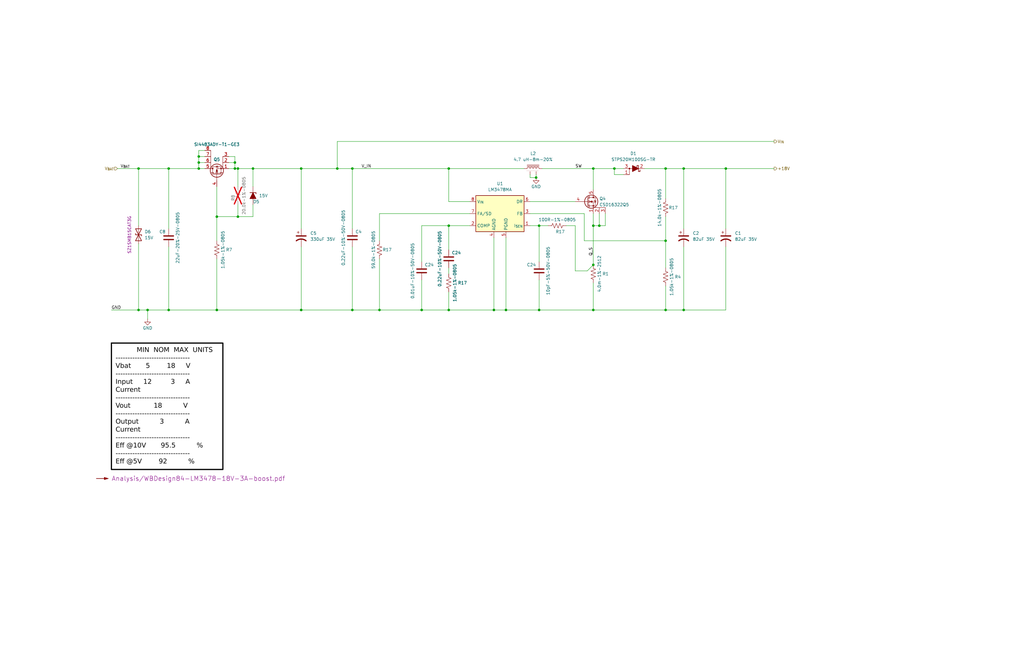
<source format=kicad_sch>
(kicad_sch (version 20231120) (generator "eeschema") (generator_version "8.0")
  (paper "B")
  (title_block (title "NX J401 Adapter") (date "2024-08-10") (rev "3") (company "971 Spartan Robotics"))
  (lib_symbols
    (symbol "Device:C" (pin_numbers hide) (pin_names (offset 0.254))
      (property "Reference" "C" (at 0.635 2.54 0))
      (property "Value" "C" (at 0.635 -2.54 0))
      (symbol "C_0_1"
        (polyline (pts (xy -2.032 -0.762) (xy 2.032 -0.762)) (stroke (width 0.508)))
        (polyline (pts (xy -2.032 0.762) (xy 2.032 0.762)) (stroke (width 0.508)))
      )
      (symbol "C_1_1"
        (pin passive line (at 0 3.81 270) (length 2.794) (name "~") (number "1"))
        (pin passive line (at 0 -3.81 90) (length 2.794) (name "~") (number "2"))
      )
    )
    (symbol "Device:C_Polarized_US" (pin_numbers hide) (pin_names (offset 0.254) hide)
      (property "Reference" "C" (at 0.635 2.54 0))
      (property "Value" "C_Polarized_US" (at 0.635 -2.54 0))
      (symbol "C_Polarized_US_0_1"
        (polyline (pts (xy -2.032 0.762) (xy 2.032 0.762)) (stroke (width 0.508)))
        (polyline (pts (xy -1.778 2.286) (xy -0.762 2.286)))
        (polyline (pts (xy -1.27 1.778) (xy -1.27 2.794)))
        (arc (start 2.032 -1.27) (mid 0 -0.5572) (end -2.032 -1.27) (stroke (width 0.508)))
      )
      (symbol "C_Polarized_US_1_1"
        (pin passive line (at 0 3.81 270) (length 2.794) (name "~") (number "1"))
        (pin passive line (at 0 -3.81 90) (length 3.302) (name "~") (number "2"))
      )
    )
    (symbol "Device:D_Schottky_AAK" (pin_names (offset 0) hide)
      (property "Reference" "D3" (at 0.889 -6.35 0))
      (property "Value" "STPS20M100SG-TR" (at 0.889 -3.81 0))
      (symbol "D_Schottky_AAK_0_1"
        (polyline (pts (xy 3.81 2.54) (xy 2.54 2.54) (xy 2.54 0) (xy -1.27 0)))
        (polyline (pts (xy -1.905 0.635) (xy -1.905 1.27) (xy -1.27 1.27) (xy -1.27 -1.27) (xy -0.635 -1.27) (xy -0.635 -0.635)) (stroke (width 0.254)))
        (circle (center 2.54 0) (radius 0.254) (fill (type outline)))
      )
      (symbol "D_Schottky_AAK_1_1"
        (polyline (pts (xy 1.27 1.27) (xy 1.27 -1.27) (xy -1.27 0) (xy 1.27 1.27)) (stroke (width 0.254)) (fill (type outline)))
        (pin passive line (at 5.08 2.54 180) (length 2.54) (name "A") (number "1"))
        (pin passive line (at -3.81 0 0) (length 2.54) (name "K") (number "2"))
        (pin passive line (at 5.08 0 180) (length 2.54) (name "A") (number "3"))
      )
    )
    (symbol "Device:D_TVS" (pin_numbers hide) (pin_names (offset 1.016) hide)
      (property "Reference" "D" (at 0 2.54 0))
      (property "Value" "D_TVS" (at 0 -2.54 0))
      (symbol "D_TVS_0_1"
        (polyline (pts (xy 1.27 0) (xy -1.27 0)))
        (polyline (pts (xy 0.508 1.27) (xy 0 1.27) (xy 0 -1.27) (xy -0.508 -1.27)) (stroke (width 0.254)))
        (polyline (pts (xy -2.54 1.27) (xy -2.54 -1.27) (xy 2.54 1.27) (xy 2.54 -1.27) (xy -2.54 1.27)) (stroke (width 0.254)))
      )
      (symbol "D_TVS_1_1"
        (pin passive line (at -3.81 0 0) (length 2.54) (name "A1") (number "1"))
        (pin passive line (at 3.81 0 180) (length 2.54) (name "A2") (number "2"))
      )
    )
    (symbol "Device:D_Zener" (pin_numbers hide) (pin_names (offset 1.016) hide)
      (property "Reference" "D1" (at 2.54 0 90))
      (property "Value" "15V" (at 0 2.54 90))
      (symbol "D_Zener_0_1"
        (polyline (pts (xy 1.27 0) (xy -1.27 0)))
        (polyline (pts (xy -1.27 -1.27) (xy -1.27 1.27) (xy -0.762 1.27)) (stroke (width 0.254)))
        (polyline (pts (xy 1.27 -1.27) (xy 1.27 1.27) (xy -1.27 0) (xy 1.27 -1.27)) (stroke (width 0.254)) (fill (type outline)))
      )
      (symbol "D_Zener_1_1"
        (pin passive line (at -3.81 0 0) (length 2.54) (name "K") (number "1"))
        (pin passive line (at 3.81 0 180) (length 2.54) (name "A") (number "2"))
      )
    )
    (symbol "Device:L_Iron" (pin_numbers hide) (pin_names (offset 1.016) hide)
      (property "Reference" "L1" (at 6.35 0 90))
      (property "Value" "6.8 uH-12m-20%" (at 3.81 0 90))
      (symbol "L_Iron_0_1"
        (arc (start 0 -2.54) (mid 0.6323 -1.905) (end 0 -1.27))
        (arc (start 0 -1.27) (mid 0.6323 -0.635) (end 0 0))
        (polyline (pts (xy 1.016 2.54) (xy 1.016 -2.54)))
        (polyline (pts (xy 1.524 -2.54) (xy 1.524 2.54)))
        (arc (start 0 0) (mid 0.6323 0.635) (end 0 1.27))
        (arc (start 0 1.27) (mid 0.6323 1.905) (end 0 2.54))
      )
      (symbol "L_Iron_1_1"
        (polyline (pts (xy -0.9525 2.54) (xy -0.9525 -2.54)) (stroke (width 0) (type dot)))
        (pin passive line (at 0 3.81 270) (length 1.27) (name "1") (number "1"))
        (pin passive line (at 0 -3.81 90) (length 1.27) (name "2") (number "2"))
        (pin passive line (at -2.54 1.27 0) (length 1.27) (name "3") (number "3"))
        (pin passive line (at -2.54 -1.27 0) (length 1.27) (name "4") (number "4"))
      )
    )
    (symbol "Device:Q_PMOS_SGD" (pin_names (offset 0) hide)
      (property "Reference" "Q?" (at 0 10.16 90))
      (property "Value" "Q_PMOS_SGD" (at 0 7.62 90))
      (symbol "Q_PMOS_SGD_0_1"
        (polyline (pts (xy 0.254 0) (xy -2.54 0)))
        (polyline (pts (xy 0.254 1.905) (xy 0.254 -1.905)) (stroke (width 0.254)))
        (polyline (pts (xy 0.762 -1.27) (xy 0.762 -2.286)) (stroke (width 0.254)))
        (polyline (pts (xy 0.762 0.508) (xy 0.762 -0.508)) (stroke (width 0.254)))
        (polyline (pts (xy 0.762 2.286) (xy 0.762 1.27)) (stroke (width 0.254)))
        (polyline (pts (xy 2.54 2.54) (xy 2.54 1.778)))
        (polyline (pts (xy 2.54 2.54) (xy 10.16 2.54)))
        (polyline (pts (xy 7.62 -2.54) (xy 2.54 -2.54)))
        (polyline (pts (xy 2.54 -2.54) (xy 2.54 0) (xy 0.762 0)))
        (polyline (pts (xy 0.762 1.778) (xy 3.302 1.778) (xy 3.302 -1.778) (xy 0.762 -1.778)))
        (polyline (pts (xy 2.286 0) (xy 1.27 0.381) (xy 1.27 -0.381) (xy 2.286 0)) (fill (type outline)))
        (polyline (pts (xy 2.794 -0.508) (xy 2.921 -0.381) (xy 3.683 -0.381) (xy 3.81 -0.254)))
        (polyline (pts (xy 3.302 -0.381) (xy 2.921 0.254) (xy 3.683 0.254) (xy 3.302 -0.381)))
        (circle (center 1.651 0) (radius 2.794) (stroke (width 0.254)))
        (circle (center 2.54 -1.778) (radius 0.254) (fill (type outline)))
        (circle (center 2.54 1.778) (radius 0.254) (fill (type outline)))
      )
      (symbol "Q_PMOS_SGD_1_1"
        (pin passive line (at 2.54 -5.08 90) (length 2.54) (name "S") (number "1"))
        (pin passive line (at 5.08 -5.08 90) (length 2.54) (name "S") (number "2"))
        (pin passive line (at 7.62 -5.08 90) (length 2.54) (name "S") (number "3"))
        (pin input line (at -5.08 0 0) (length 2.54) (name "G") (number "4"))
        (pin passive line (at 2.54 5.08 270) (length 2.54) (name "D") (number "5"))
        (pin passive line (at 5.08 5.08 270) (length 2.54) (name "D") (number "6"))
        (pin passive line (at 7.62 5.08 270) (length 2.54) (name "D") (number "7"))
        (pin passive line (at 10.16 5.08 270) (length 2.54) (name "D") (number "8"))
      )
    )
    (symbol "Device:R_US" (pin_numbers hide) (pin_names (offset 0))
      (property "Reference" "R" (at 2.54 0 90))
      (property "Value" "R_US" (at -2.54 0 90))
      (symbol "R_US_0_1"
        (polyline (pts (xy 0 -2.286) (xy 0 -2.54)))
        (polyline (pts (xy 0 2.286) (xy 0 2.54)))
        (polyline (pts (xy 0 -0.762) (xy 1.016 -1.143) (xy 0 -1.524) (xy -1.016 -1.905) (xy 0 -2.286)))
        (polyline (pts (xy 0 0.762) (xy 1.016 0.381) (xy 0 0) (xy -1.016 -0.381) (xy 0 -0.762)))
        (polyline (pts (xy 0 2.286) (xy 1.016 1.905) (xy 0 1.524) (xy -1.016 1.143) (xy 0 0.762)))
      )
      (symbol "R_US_1_1"
        (pin passive line (at 0 3.81 270) (length 1.27) (name "~") (number "1"))
        (pin passive line (at 0 -3.81 90) (length 1.27) (name "~") (number "2"))
      )
    )
    (symbol "Graphic:SYM_Arrow_Normal" (in_bom no) (on_board no)
      (symbol "SYM_Arrow_Normal_0_1"
        (polyline (pts (xy 1.524 0) (xy -2.54 0)) (stroke (width 0.254)))
        (polyline (pts (xy 2.54 0) (xy 0.762 -0.508) (xy 0.762 0.508) (xy 2.54 0)) (fill (type outline)))
      )
    )
    (symbol "PI-Power-Board:CSD1577Q5A" (pin_names (offset 0) hide)
      (property "Reference" "Q?" (at 6.35 1.2701 0))
      (property "Value" "CSD1577Q5A" (at 6.35 -1.2699 0))
      (symbol "CSD1577Q5A_0_1"
        (polyline (pts (xy 0.254 0) (xy -2.54 0)))
        (polyline (pts (xy 0.254 1.905) (xy 0.254 -1.905)) (stroke (width 0.254)))
        (polyline (pts (xy 0.762 -1.27) (xy 0.762 -2.286)) (stroke (width 0.254)))
        (polyline (pts (xy 0.762 0.508) (xy 0.762 -0.508)) (stroke (width 0.254)))
        (polyline (pts (xy 0.762 2.286) (xy 0.762 1.27)) (stroke (width 0.254)))
        (polyline (pts (xy 2.54 -2.54) (xy 2.54 0) (xy 0.762 0)))
        (polyline (pts (xy 2.54 2.54) (xy 2.54 2.54) (xy 2.54 1.778)))
        (polyline (pts (xy 7.62 -2.54) (xy 2.54 -2.54) (xy 2.54 -3.302)))
        (polyline (pts (xy 0.762 -1.778) (xy 3.302 -1.778) (xy 3.302 1.778) (xy 0.762 1.778)))
        (polyline (pts (xy 1.016 0) (xy 2.032 0.381) (xy 2.032 -0.381) (xy 1.016 0)) (fill (type outline)))
        (polyline (pts (xy 2.794 0.508) (xy 2.921 0.381) (xy 3.683 0.381) (xy 3.81 0.254)))
        (polyline (pts (xy 3.302 0.381) (xy 2.921 -0.254) (xy 3.683 -0.254) (xy 3.302 0.381)))
        (circle (center 1.651 0) (radius 2.794) (stroke (width 0.254)))
        (circle (center 2.54 -1.778) (radius 0.254) (fill (type outline)))
        (circle (center 2.54 1.778) (radius 0.254) (fill (type outline)))
      )
      (symbol "CSD1577Q5A_1_1"
        (pin passive line (at 2.54 -5.08 90) (length 2.54) (name "S") (number "1"))
        (pin passive line (at 5.08 -5.08 90) (length 2.54) (name "S") (number "2"))
        (pin passive line (at 7.62 -5.08 90) (length 2.54) (name "S") (number "3"))
        (pin input line (at -5.08 0 0) (length 2.54) (name "G") (number "4"))
        (pin passive line (at 2.54 5.08 270) (length 2.54) (name "D") (number "5"))
      )
    )
    (symbol "Regulator_Controller:LM3478MA"
      (property "Reference" "U" (at -9.525 8.89 0))
      (property "Value" "LM3478MA" (at 5.08 8.89 0))
      (symbol "LM3478MA_0_1"
        (rectangle (start -10.16 7.62) (end 10.16 -7.62) (stroke (width 0.254)) (fill (type background)))
      )
      (symbol "LM3478MA_1_1"
        (pin input line (at 12.7 -5.08 180) (length 2.54) (name "I_{SEN}") (number "1"))
        (pin input line (at -12.7 -5.08 0) (length 2.54) (name "COMP") (number "2"))
        (pin input line (at 12.7 0 180) (length 2.54) (name "FB") (number "3"))
        (pin power_in line (at -2.54 -10.16 90) (length 2.54) (name "AGND") (number "4"))
        (pin power_in line (at 2.54 -10.16 90) (length 2.54) (name "PGND") (number "5"))
        (pin output line (at 12.7 5.08 180) (length 2.54) (name "DR") (number "6"))
        (pin input line (at -12.7 0 0) (length 2.54) (name "FA/SD") (number "7"))
        (pin power_in line (at -12.7 5.08 0) (length 2.54) (name "V_{IN}") (number "8"))
      )
    )
    (symbol "power:GND" (power) (pin_names (offset 0))
      (property "Value" "GND" (at 0 -3.81 0))
      (symbol "GND_0_1"
        (polyline (pts (xy 0 0) (xy 0 -1.27) (xy 1.27 -1.27) (xy 0 -2.54) (xy -1.27 -1.27) (xy 0 -1.27)))
      )
      (symbol "GND_1_1"
        (pin power_in line (at 0 0 270) (length 0) hide (name "GND") (number "1"))
      )
    )
  )
  (junction (at 280.67 101.6))
  (junction (at 288.29 71.12))
  (junction (at 99.06 71.12))
  (junction (at 288.29 130.81))
  (junction (at 127 71.12))
  (junction (at 100.33 91.44))
  (junction (at 189.23 95.25))
  (junction (at 189.23 71.12))
  (junction (at 189.23 130.81))
  (junction (at 71.12 130.81))
  (junction (at 83.82 66.04))
  (junction (at 250.19 111.76))
  (junction (at 280.67 71.12))
  (junction (at 106.68 71.12))
  (junction (at 62.23 130.81))
  (junction (at 83.82 71.12))
  (junction (at 226.06 74.93))
  (junction (at 208.28 130.81))
  (junction (at 177.8 130.81))
  (junction (at 250.19 95.25))
  (junction (at 99.06 68.58))
  (junction (at 306.07 71.12))
  (junction (at 252.73 95.25))
  (junction (at 142.24 71.12))
  (junction (at 148.59 130.81))
  (junction (at 227.33 95.25))
  (junction (at 213.36 130.81))
  (junction (at 100.33 71.12))
  (junction (at 71.12 71.12))
  (junction (at 58.42 71.12))
  (junction (at 259.08 71.12))
  (junction (at 280.67 130.81))
  (junction (at 227.33 130.81))
  (junction (at 58.42 130.81))
  (junction (at 160.02 130.81))
  (junction (at 250.19 71.12))
  (junction (at 127 130.81))
  (junction (at 83.82 68.58))
  (junction (at 91.44 91.44))
  (junction (at 148.59 71.12))
  (junction (at 250.19 130.81))
  (junction (at 91.44 130.81))
  (wire (pts (xy 177.8 118.11) (xy 177.8 130.81)))
  (wire (pts (xy 91.44 91.44) (xy 91.44 101.6)))
  (wire (pts (xy 259.08 71.12) (xy 262.89 71.12)))
  (wire (pts (xy 71.12 96.52) (xy 71.12 71.12)))
  (wire (pts (xy 127 130.81) (xy 91.44 130.81)))
  (wire (pts (xy 223.52 90.17) (xy 246.38 90.17)))
  (wire (pts (xy 280.67 71.12) (xy 280.67 83.82)))
  (wire (pts (xy 83.82 68.58) (xy 83.82 71.12)))
  (wire (pts (xy 160.02 90.17) (xy 198.12 90.17)))
  (wire (pts (xy 49.53 71.12) (xy 58.42 71.12)))
  (wire (pts (xy 160.02 109.22) (xy 160.02 130.81)))
  (wire (pts (xy 213.36 100.33) (xy 213.36 130.81)))
  (wire (pts (xy 252.73 95.25) (xy 250.19 95.25)))
  (wire (pts (xy 189.23 130.81) (xy 208.28 130.81)))
  (wire (pts (xy 246.38 90.17) (xy 246.38 101.6)))
  (wire (pts (xy 148.59 71.12) (xy 142.24 71.12)))
  (wire (pts (xy 148.59 96.52) (xy 148.59 71.12)))
  (wire (pts (xy 223.52 73.66) (xy 223.52 74.93)))
  (wire (pts (xy 106.68 86.36) (xy 106.68 91.44)))
  (wire (pts (xy 246.38 101.6) (xy 280.67 101.6)))
  (wire (pts (xy 91.44 109.22) (xy 91.44 130.81)))
  (wire (pts (xy 83.82 63.5) (xy 83.82 66.04)))
  (wire (pts (xy 127 96.52) (xy 127 71.12)))
  (wire (pts (xy 271.78 71.12) (xy 280.67 71.12)))
  (wire (pts (xy 189.23 71.12) (xy 189.23 85.09)))
  (wire (pts (xy 71.12 130.81) (xy 91.44 130.81)))
  (wire (pts (xy 227.33 130.81) (xy 250.19 130.81)))
  (wire (pts (xy 280.67 120.65) (xy 280.67 130.81)))
  (wire (pts (xy 71.12 104.14) (xy 71.12 130.81)))
  (wire (pts (xy 62.23 130.81) (xy 71.12 130.81)))
  (wire (pts (xy 288.29 104.14) (xy 288.29 130.81)))
  (wire (pts (xy 106.68 71.12) (xy 106.68 78.74)))
  (wire (pts (xy 280.67 91.44) (xy 280.67 101.6)))
  (wire (pts (xy 100.33 86.36) (xy 100.33 91.44)))
  (wire (pts (xy 46.99 130.81) (xy 58.42 130.81)))
  (wire (pts (xy 226.06 73.66) (xy 226.06 74.93)))
  (wire (pts (xy 96.52 68.58) (xy 99.06 68.58)))
  (wire (pts (xy 83.82 66.04) (xy 86.36 66.04)))
  (wire (pts (xy 208.28 130.81) (xy 213.36 130.81)))
  (wire (pts (xy 255.27 90.17) (xy 255.27 95.25)))
  (wire (pts (xy 86.36 63.5) (xy 83.82 63.5)))
  (wire (pts (xy 223.52 85.09) (xy 242.57 85.09)))
  (wire (pts (xy 213.36 130.81) (xy 227.33 130.81)))
  (wire (pts (xy 142.24 59.69) (xy 142.24 71.12)))
  (wire (pts (xy 250.19 71.12) (xy 250.19 80.01)))
  (wire (pts (xy 58.42 71.12) (xy 58.42 95.25)))
  (wire (pts (xy 189.23 71.12) (xy 220.98 71.12)))
  (wire (pts (xy 177.8 95.25) (xy 189.23 95.25)))
  (wire (pts (xy 280.67 130.81) (xy 288.29 130.81)))
  (wire (pts (xy 255.27 95.25) (xy 252.73 95.25)))
  (wire (pts (xy 250.19 119.38) (xy 250.19 130.81)))
  (wire (pts (xy 280.67 71.12) (xy 288.29 71.12)))
  (wire (pts (xy 58.42 130.81) (xy 62.23 130.81)))
  (wire (pts (xy 106.68 91.44) (xy 100.33 91.44)))
  (wire (pts (xy 250.19 95.25) (xy 250.19 111.76)))
  (wire (pts (xy 189.23 95.25) (xy 198.12 95.25)))
  (wire (pts (xy 242.57 95.25) (xy 238.76 95.25)))
  (wire (pts (xy 288.29 71.12) (xy 306.07 71.12)))
  (wire (pts (xy 242.57 114.3) (xy 247.65 114.3)))
  (wire (pts (xy 259.08 73.66) (xy 259.08 71.12)))
  (wire (pts (xy 250.19 90.17) (xy 250.19 95.25)))
  (wire (pts (xy 160.02 101.6) (xy 160.02 90.17)))
  (wire (pts (xy 127 71.12) (xy 106.68 71.12)))
  (wire (pts (xy 280.67 101.6) (xy 280.67 113.03)))
  (wire (pts (xy 58.42 71.12) (xy 71.12 71.12)))
  (wire (pts (xy 250.19 130.81) (xy 280.67 130.81)))
  (wire (pts (xy 177.8 130.81) (xy 189.23 130.81)))
  (wire (pts (xy 100.33 71.12) (xy 106.68 71.12)))
  (wire (pts (xy 160.02 130.81) (xy 177.8 130.81)))
  (wire (pts (xy 96.52 71.12) (xy 99.06 71.12)))
  (wire (pts (xy 71.12 71.12) (xy 83.82 71.12)))
  (wire (pts (xy 189.23 105.41) (xy 189.23 95.25)))
  (wire (pts (xy 99.06 71.12) (xy 100.33 71.12)))
  (wire (pts (xy 223.52 74.93) (xy 226.06 74.93)))
  (wire (pts (xy 306.07 71.12) (xy 326.39 71.12)))
  (wire (pts (xy 189.23 115.57) (xy 189.23 113.03)))
  (wire (pts (xy 160.02 130.81) (xy 148.59 130.81)))
  (wire (pts (xy 99.06 66.04) (xy 99.06 68.58)))
  (wire (pts (xy 252.73 90.17) (xy 252.73 95.25)))
  (wire (pts (xy 242.57 95.25) (xy 242.57 114.3)))
  (wire (pts (xy 262.89 73.66) (xy 259.08 73.66)))
  (wire (pts (xy 227.33 95.25) (xy 227.33 110.49)))
  (wire (pts (xy 148.59 130.81) (xy 127 130.81)))
  (wire (pts (xy 189.23 130.81) (xy 189.23 123.19)))
  (wire (pts (xy 83.82 68.58) (xy 86.36 68.58)))
  (wire (pts (xy 96.52 66.04) (xy 99.06 66.04)))
  (wire (pts (xy 100.33 71.12) (xy 100.33 78.74)))
  (wire (pts (xy 288.29 71.12) (xy 288.29 96.52)))
  (wire (pts (xy 208.28 100.33) (xy 208.28 130.81)))
  (wire (pts (xy 250.19 71.12) (xy 259.08 71.12)))
  (wire (pts (xy 227.33 118.11) (xy 227.33 130.81)))
  (wire (pts (xy 100.33 91.44) (xy 91.44 91.44)))
  (wire (pts (xy 148.59 71.12) (xy 189.23 71.12)))
  (wire (pts (xy 142.24 71.12) (xy 127 71.12)))
  (wire (pts (xy 83.82 66.04) (xy 83.82 68.58)))
  (wire (pts (xy 189.23 85.09) (xy 198.12 85.09)))
  (wire (pts (xy 247.65 114.3) (xy 250.19 111.76)))
  (wire (pts (xy 148.59 104.14) (xy 148.59 130.81)))
  (wire (pts (xy 306.07 104.14) (xy 306.07 130.81)))
  (wire (pts (xy 223.52 95.25) (xy 227.33 95.25)))
  (wire (pts (xy 228.6 71.12) (xy 250.19 71.12)))
  (wire (pts (xy 288.29 130.81) (xy 306.07 130.81)))
  (wire (pts (xy 306.07 71.12) (xy 306.07 96.52)))
  (wire (pts (xy 177.8 95.25) (xy 177.8 110.49)))
  (wire (pts (xy 326.39 59.69) (xy 142.24 59.69)))
  (wire (pts (xy 127 104.14) (xy 127 130.81)))
  (wire (pts (xy 99.06 68.58) (xy 99.06 71.12)))
  (wire (pts (xy 227.33 95.25) (xy 231.14 95.25)))
  (wire (pts (xy 91.44 78.74) (xy 91.44 91.44)))
  (wire (pts (xy 83.82 71.12) (xy 86.36 71.12)))
  (wire (pts (xy 58.42 102.87) (xy 58.42 130.81)))
  (wire (pts (xy 62.23 130.81) (xy 62.23 134.62)))
  (text_box "          MIN  NOM  MAX  UNITS\n-------------------------------\nVbat       5        18     V\n-------------------------------\nInput     12         3     A\nCurrent\n-------------------------------\nVout           18          V\n-------------------------------\nOutput          3          A\nCurrent\n-------------------------------\nEff @10V       95.5          %\n-------------------------------\nEff @5V        92          %\n" (at 46.99 144.78 0) (size 46.99 53.34) (stroke (width 0.5) (color 0 0 0 1)) (effects (font (size 2 2)) (justify left top)))
  (label "SW" (at 242.57 71.12 0))
  (label "V_{BAT}" (at 50.8 71.12 0))
  (label "GND" (at 46.99 130.81 0))
  (label "Q_S" (at 250.19 107.95 90))
  (label "V_IN" (at 152.4 71.12 0))
  (hierarchical_label "+18V" (shape output) (at 326.39 71.12 0))
  (hierarchical_label "V_{IN}" (shape output) (at 326.39 59.69 0))
  (hierarchical_label "V_{BAT}" (shape input) (at 49.53 71.12 180))
  (symbol (lib_id "Device:R_US") (at 91.44 105.41 180) (unit 1)
    (property "Reference" "R7" (at 95.25 105.41 0) (effects (justify right)))
    (property "Value" "1.05k-1%-0805" (at 93.98 105.41 90))
    (property "Footprint" "Resistor_SMD:R_0805_2012Metric" (effects (hide yes)))
    (property "Datasheet" "Components/YageoPYu-RC_Group_51_RoHS_L_12.pdf" (effects (hide yes)))
    (property "MFG" "Yageo" (effects (hide yes)))
    (property "MFG P/N" "RC0805FR-071K05L" (effects (hide yes)))
    (property "DIST" "Digikey" (effects (hide yes)))
    (property "DIST P/N" "311-1.05KCRCT-ND" (effects (hide yes)))
  )
  (symbol (lib_id "Device:R_US") (at 189.23 119.38 180) (unit 1)
    (property "Reference" "R17" (at 193.04 119.38 0) (effects (justify right)))
    (property "Value" "1.05k-1%-0805" (at 191.77 119.38 90))
    (property "Footprint" "Resistor_SMD:R_0805_2012Metric" (effects (hide yes)))
    (property "Datasheet" "Components/YageoPYu-RC_Group_51_RoHS_L_12.pdf" (effects (hide yes)))
    (property "MFG" "Yageo" (effects (hide yes)))
    (property "MFG P/N" "RC0805FR-071K05L" (effects (hide yes)))
    (property "DIST" "Digikey" (effects (hide yes)))
    (property "DIST P/N" "311-1.05KCRCT-ND" (effects (hide yes)))
    (instances (project "PI-Power-Board" (path "" (reference "R17") (unit 1))) (project "NX-J401-Adapter" (path "" (reference "R6") (unit 1))))
  )
  (symbol (lib_id "power:GND") (at 226.06 74.93 0) (unit 1)
    (property "Reference" "#PWR013" (effects (hide yes)))
    (property "Value" "GND" (at 226.06 78.74 0))
  )
  (symbol (lib_id "Device:C") (at 227.33 114.3 0) (unit 1)
    (property "Reference" "C24" (at 226.06 111.76 0) (effects (justify right)))
    (property "Value" "10pF-5%-50V-0805" (at 231.14 114.3 90))
    (property "Footprint" "Capacitor_SMD:C_0805_2012Metric" (effects (hide yes)))
    (property "MFG" "Samsung Electro-Mechanics" (effects (hide yes)))
    (property "MFG P/N" "CL21C100CBANNNC" (effects (hide yes)))
    (property "DIST" "Digikey" (effects (hide yes)))
    (property "DIST P/N" "1276-2561-1-ND" (effects (hide yes)))
    (instances (project "PI-Power-Board" (path "" (reference "C24") (unit 1))) (project "NX-J401-Adapter" (path "" (reference "C3") (unit 1))))
  )
  (symbol (lib_id "Device:C_Polarized_US") (at 306.07 100.33 0) (unit 1)
    (property "Reference" "C1" (at 309.88 98.425 0) (effects (justify left)))
    (property "Value" "82uF 35V" (at 309.88 100.965 0) (effects (justify left)))
    (property "Footprint" "Capacitor_THT:CP_Radial_D8.0mm_P3.50mm" (effects (hide yes)))
    (property "Datasheet" "Components/Panasonic-AAB8000C250.pdf" (effects (hide yes)))
    (property "MFG" "Panasonic Electronic Components" (effects (hide yes)))
    (property "MFG P/N" "35SEPF82M" (effects (hide yes)))
    (property "DIST" "Digikey" (effects (hide yes)))
    (property "DIST P/N" "P16345-ND" (effects (hide yes)))
  )
  (symbol (lib_id "PI-Power-Board:CSD1577Q5A") (at 247.65 85.09 0) (unit 1)
    (property "Reference" "Q4" (at 252.73 83.82 0) (effects (justify left)))
    (property "Value" "CSD16322Q5" (at 252.73 86.36 0) (effects (justify left)))
    (property "Footprint" "NX-J401-Adapter:TI-SON5x6" (effects (hide yes)))
    (property "Datasheet" "Components/TI-csd16322q5.pdf" (effects (hide yes)))
    (property "Description" "N-Channel 25 V 21A (Ta), 97A (Tc) 3.1W (Ta) Surface Mount 8-VSON-CLIP (5x6)" (effects (hide yes)))
    (property "MFG" "Texas Instruments" (effects (hide yes)))
    (property "MFG P/N" "CSD16322Q5" (effects (hide yes)))
    (property "DIST" "Digikey" (effects (hide yes)))
    (property "DIST P/N" "296-25112-1-ND" (effects (hide yes)))
    (instances (project "PI-Power-Board" (path "" (reference "Q4") (unit 1))) (project "NX-J401-Adapter" (path "" (reference "Q1") (unit 1))))
  )
  (symbol (lib_id "Graphic:SYM_Arrow_Normal") (at 43.18 201.93 0) (unit 1) (exclude_from_sim yes) (in_bom no) (on_board no)
    (property "Reference" "#SYM7" (effects (hide yes)))
    (property "Value" "SYM_Arrow_Normal" (effects (hide yes)))
    (property "Datasheet" "Analysis/WBDesign84-LM3478-18V-3A-boost.pdf" (at 46.99 201.93 0) (effects (font (size 1.905 1.905)) (justify left)))
  )
  (symbol (lib_id "Device:R_US") (at 160.02 105.41 0) (mirror x) (unit 1)
    (property "Reference" "R17" (at 161.29 105.41 0) (effects (justify left)))
    (property "Value" "59.0k-1%-0805" (at 157.48 105.41 90))
    (property "Footprint" "Resistor_SMD:R_0805_2012Metric" (effects (hide yes)))
    (property "Datasheet" "Components/YageoPYu-RC_Group_51_RoHS_L_12.pdf" (effects (hide yes)))
    (property "MFG" "Yageo" (effects (hide yes)))
    (property "MFG P/N" "RC0805FR-0759KL" (effects (hide yes)))
    (property "DIST" "Digikey" (effects (hide yes)))
    (property "DIST P/N" "311-59.0KCRCT-ND" (effects (hide yes)))
    (instances (project "PI-Power-Board" (path "" (reference "R17") (unit 1))) (project "NX-J401-Adapter" (path "" (reference "R5") (unit 1))))
  )
  (symbol (lib_id "Device:C_Polarized_US") (at 288.29 100.33 0) (unit 1)
    (property "Reference" "C2" (at 292.1 98.425 0) (effects (justify left)))
    (property "Value" "82uF 35V" (at 292.1 100.965 0) (effects (justify left)))
    (property "Footprint" "Capacitor_THT:CP_Radial_D8.0mm_P3.50mm" (effects (hide yes)))
    (property "Datasheet" "Components/Panasonic-AAB8000C250.pdf" (effects (hide yes)))
    (property "MFG" "Panasonic Electronic Components" (effects (hide yes)))
    (property "MFG P/N" "35SEPF82M" (effects (hide yes)))
    (property "DIST" "Digikey" (effects (hide yes)))
    (property "DIST P/N" "P16345-ND" (effects (hide yes)))
  )
  (symbol (lib_id "Device:C") (at 177.8 114.3 0) (mirror y) (unit 1)
    (property "Reference" "C24" (at 179.07 111.76 0) (effects (justify right)))
    (property "Value" "0.01uF-10%-50V-0805" (at 173.99 114.3 90))
    (property "Footprint" "Capacitor_SMD:C_0805_2012Metric" (effects (hide yes)))
    (property "MFG" "Samsung Electro-Mechanics" (effects (hide yes)))
    (property "MFG P/N" "CL21B103KBANNNC" (effects (hide yes)))
    (property "DIST" "Digikey" (effects (hide yes)))
    (property "DIST P/N" "1276-1015-1-ND" (effects (hide yes)))
    (instances (project "PI-Power-Board" (path "" (reference "C24") (unit 1))) (project "NX-J401-Adapter" (path "" (reference "C7") (unit 1))))
  )
  (symbol (lib_id "Device:R_US") (at 234.95 95.25 270) (unit 1)
    (property "Reference" "R17" (at 236.22 97.79 90))
    (property "Value" "100R-1%-0805" (at 234.95 92.71 90))
    (property "Footprint" "Resistor_SMD:R_0805_2012Metric" (effects (hide yes)))
    (property "Datasheet" "Components/YageoPYu-RC_Group_51_RoHS_L_12.pdf" (effects (hide yes)))
    (property "MFG" "Yageo" (effects (hide yes)))
    (property "MFG P/N" "RC0805FR-07100RL" (effects (hide yes)))
    (property "DIST" "Digikey" (effects (hide yes)))
    (property "DIST P/N" "311-100CRCT-ND" (effects (hide yes)))
    (instances (project "PI-Power-Board" (path "" (reference "R17") (unit 1))) (project "NX-J401-Adapter" (path "" (reference "R2") (unit 1))))
  )
  (symbol (lib_id "Device:Q_PMOS_SGD") (at 91.44 73.66 90) (unit 1)
    (property "Reference" "Q5" (at 91.44 67.31 90))
    (property "Value" "SI4483ADY-T1-GE3" (at 91.44 60.96 90))
    (property "Footprint" "Package_SO:SOIC-8_3.9x4.9mm_P1.27mm" (effects (hide yes)))
    (property "Datasheet" "Components/Vishay-si4483ad.pdf" (effects (hide yes)))
    (property "MFG" "Vishay" (effects (hide yes)))
    (property "MFG P/N" "SI4483ADY-T1-GE3" (effects (hide yes)))
    (property "DIST" "Digikey" (effects (hide yes)))
    (property "DIST P/N" "SI4483ADY-T1-GE3CT-ND" (effects (hide yes)))
    (instances (project "PI-Power-Board" (path "" (reference "Q5") (unit 1))) (project "NX-J401-Adapter" (path "" (reference "Q2") (unit 1))))
  )
  (symbol (lib_id "Device:C") (at 148.59 100.33 0) (mirror y) (unit 1)
    (property "Reference" "C4" (at 149.86 97.79 0) (effects (justify right)))
    (property "Value" "0.22uF-10%-50V-0805" (at 144.78 100.33 90))
    (property "Footprint" "Capacitor_SMD:C_0805_2012Metric" (effects (hide yes)))
    (property "Datasheet" "Components/KEMET_C1002_X7R_SMD.pdf" (effects (hide yes)))
    (property "MFG" "KEMET" (effects (hide yes)))
    (property "MFG P/N" "C0805C224K5RAC7800" (effects (hide yes)))
    (property "DIST" "Digikey" (effects (hide yes)))
    (property "DIST P/N" "399-C0805C224K5RACTUCT-ND" (effects (hide yes)))
  )
  (symbol (lib_id "Device:C_Polarized_US") (at 127 100.33 0) (unit 1)
    (property "Reference" "C5" (at 130.81 98.425 0) (effects (justify left)))
    (property "Value" "330uF 35V" (at 130.81 100.965 0) (effects (justify left)))
    (property "Footprint" "Capacitor_THT:CP_Radial_D10.0mm_P5.00mm" (effects (hide yes)))
    (property "Datasheet" "Components/Rubicon-PZJ.pdf" (effects (hide yes)))
    (property "MFG" "Rubycon" (effects (hide yes)))
    (property "MFG P/N" "35PZJ330M10X9" (effects (hide yes)))
    (property "DIST" "Digikey" (effects (hide yes)))
    (property "DIST P/N" "1189-35PZJ330M10X9-ND" (effects (hide yes)))
  )
  (symbol (lib_id "Device:D_Zener") (at 106.68 82.55 270) (unit 1)
    (property "Reference" "D5" (at 106.68 85.09 90) (effects (justify left)))
    (property "Value" "15V" (at 109.22 82.55 90) (effects (justify left)))
    (property "Footprint" "Diode_SMD:D_SOD-123F" (effects (hide yes)))
    (property "Datasheet" "Components/Nexperia-BZT52H_SER.pdf" (effects (hide yes)))
    (property "MFG" "Nexperia" (effects (hide yes)))
    (property "MFG P/N" "BZT52H-C15,115" (effects (hide yes)))
    (property "DIST" "Digikey" (effects (hide yes)))
    (property "DIST P/N" "1727-3593-1-ND" (effects (hide yes)))
    (instances (project "PI-Power-Board" (path "" (reference "D5") (unit 1))) (project "NX-J401-Adapter" (path "" (reference "D2") (unit 1))))
  )
  (symbol (lib_id "power:GND") (at 62.23 134.62 0) (unit 1)
    (property "Reference" "#PWR014" (effects (hide yes)))
    (property "Value" "GND" (at 62.23 138.43 0))
    (instances (project "PI-Power-Board" (path "" (reference "#PWR014") (unit 1))) (project "NX-J401-Adapter" (path "" (reference "#PWR05") (unit 1))))
  )
  (symbol (lib_id "Device:R_US") (at 280.67 116.84 180) (unit 1)
    (property "Reference" "R4" (at 284.48 116.84 0) (effects (justify right)))
    (property "Value" "1.05k-1%-0805" (at 283.21 116.84 90))
    (property "Footprint" "Resistor_SMD:R_0805_2012Metric" (effects (hide yes)))
    (property "Datasheet" "Components/YageoPYu-RC_Group_51_RoHS_L_12.pdf" (effects (hide yes)))
    (property "MFG" "Yageo" (effects (hide yes)))
    (property "MFG P/N" "RC0805FR-071K05L" (effects (hide yes)))
    (property "DIST" "Digikey" (effects (hide yes)))
    (property "DIST P/N" "311-1.05KCRCT-ND" (effects (hide yes)))
  )
  (symbol (lib_id "Device:R_US") (at 280.67 87.63 0) (mirror x) (unit 1)
    (property "Reference" "R17" (at 281.94 87.63 0) (effects (justify left)))
    (property "Value" "14.0k-1%-0805" (at 278.13 87.63 90))
    (property "Footprint" "Resistor_SMD:R_0805_2012Metric" (effects (hide yes)))
    (property "Datasheet" "Components/YageoPYu-RC_Group_51_RoHS_L_12.pdf" (effects (hide yes)))
    (property "MFG" "Yageo" (effects (hide yes)))
    (property "MFG P/N" "RC0805FR-0714KL" (effects (hide yes)))
    (property "DIST" "Digikey" (effects (hide yes)))
    (property "DIST P/N" "311-14.0KCRCT-ND" (effects (hide yes)))
    (instances (project "PI-Power-Board" (path "" (reference "R17") (unit 1))) (project "NX-J401-Adapter" (path "" (reference "R3") (unit 1))))
  )
  (symbol (lib_id "Device:C") (at 71.12 100.33 0) (unit 1)
    (property "Reference" "C8" (at 69.85 97.79 0) (effects (justify right)))
    (property "Value" "22uF-20%-25V-0805" (at 74.93 100.33 90))
    (property "Footprint" "Capacitor_SMD:C_0805_2012Metric" (effects (hide yes)))
    (property "Description" "22 µF ±20% 25V Ceramic Capacitor X5R 0805 (2012 Metric)" (effects (hide yes)))
    (property "MFG" "Samsung Electro-Mechanics" (effects (hide yes)))
    (property "MFG P/N" "CL21A226MAYNNNE" (effects (hide yes)))
    (property "DIST" "Digikey" (effects (hide yes)))
    (property "DIST P/N" "1276-CL21A226MAYNNNECT-ND" (effects (hide yes)))
  )
  (symbol (lib_id "Device:L_Iron") (at 224.79 71.12 90) (unit 1)
    (property "Reference" "L2" (at 224.79 64.77 90))
    (property "Value" "4.7 uH-8m-20%" (at 224.79 67.31 90))
    (property "Footprint" "NX-J401-Adapter:INDUCTOR_IHLE-5050FH-Vishay" (effects (hide yes)))
    (property "Datasheet" "Components/Vishay-ihle-5050fh-5a.pdf" (effects (hide yes)))
    (property "Description" "4.7 µH Shielded Inductor 18.5 A 7.93mOhm Max" (effects (hide yes)))
    (property "MFG" "Vishay Dale" (effects (hide yes)))
    (property "MFG P/N" "IHLE5050FHER4R7M5A " (effects (hide yes)))
    (property "DIST" "Mouser" (effects (hide yes)))
    (property "DIST P/N" "70-IHLE5050FHR4R7M5A " (effects (hide yes)))
    (instances (project "PI-Power-Board" (path "" (reference "L2") (unit 1))) (project "NX-J401-Adapter" (path "" (reference "L1") (unit 1))))
  )
  (symbol (lib_id "Device:R_US") (at 250.19 115.57 180) (unit 1)
    (property "Reference" "R1" (at 254 115.57 0) (effects (justify right)))
    (property "Value" "4.0m-1%-2512" (at 252.73 115.57 90))
    (property "Footprint" "Resistor_SMD:R_2512_6332Metric" (effects (hide yes)))
    (property "Datasheet" "Components/Bourns-cre.pdf" (effects (hide yes)))
    (property "MFG" "Bourns Inc." (effects (hide yes)))
    (property "MFG P/N" "CRE2512-FZ-R004E-3" (effects (hide yes)))
    (property "DIST" "Digikey" (effects (hide yes)))
    (property "DIST P/N" "CRE2512-FZ-R004E-3CT-ND" (effects (hide yes)))
  )
  (symbol (lib_id "Device:R_US") (at 100.33 82.55 180) (unit 1) (dnp yes)
    (property "Reference" "R8" (at 98.298 84.836 90) (effects (justify right)))
    (property "Value" "20.0k-1%-0805" (at 102.87 82.55 90))
    (property "Footprint" "Resistor_SMD:R_0805_2012Metric" (effects (hide yes)))
    (property "Datasheet" "Components/YageoPYu-RC_Group_51_RoHS_L_12.pdf" (effects (hide yes)))
    (property "MFG" "Yageo" (effects (hide yes)))
    (property "MFG P/N" "RC0805FR-0720KL" (effects (hide yes)))
    (property "DIST" "Digikey" (effects (hide yes)))
    (property "DIST P/N" "311-20.0KCRCT-ND" (effects (hide yes)))
  )
  (symbol (lib_id "Device:D_Schottky_AAK") (at 267.97 71.12 180) (unit 1)
    (property "Reference" "D1" (at 267.081 64.77 0))
    (property "Value" "STPS20M100SG-TR" (at 267.081 67.31 0))
    (property "Footprint" "Package_TO_SOT_SMD:TO-263-2" (effects (hide yes)))
    (property "Datasheet" "Components/ST-STPS20M100SG.pdf" (effects (hide yes)))
    (property "DIST" "Digikey" (effects (hide yes)))
    (property "DIST P/N" "497-10993-1-ND" (effects (hide yes)))
    (property "MFG" "STmicroelectronics" (effects (hide yes)))
    (property "MFG P/N" "STPS20M100SG-TR" (effects (hide yes)))
  )
  (symbol (lib_id "Regulator_Controller:LM3478MA") (at 210.82 90.17 0) (unit 1)
    (property "Reference" "U1" (at 210.82 77.47 0))
    (property "Value" "LM3478MA" (at 210.82 80.01 0))
    (property "Footprint" "Package_SO:SOIC-8_3.9x4.9mm_P1.27mm" (effects (hide yes)))
    (property "Datasheet" "Components/TI-lm3478.pdf" (effects (hide yes)))
    (property "MFG" "Texas Instruments" (effects (hide yes)))
    (property "MFG P/N" "LM3478MAX/NOPB" (effects (hide yes)))
    (property "DIST" "Digikey" (effects (hide yes)))
    (property "DIST P/N" "296-38111-1-ND" (effects (hide yes)))
  )
  (symbol (lib_id "Device:C") (at 189.23 109.22 0) (mirror y) (unit 1)
    (property "Reference" "C24" (at 190.5 106.68 0) (effects (justify right)))
    (property "Value" "0.22uF-10%-50V-0805" (at 185.42 109.22 90))
    (property "Footprint" "Capacitor_SMD:C_0805_2012Metric" (effects (hide yes)))
    (property "Datasheet" "Components/KEMET_C1002_X7R_SMD.pdf" (effects (hide yes)))
    (property "MFG" "KEMET" (effects (hide yes)))
    (property "MFG P/N" "C0805C224K5RAC7800" (effects (hide yes)))
    (property "DIST" "Digikey" (effects (hide yes)))
    (property "DIST P/N" "399-C0805C224K5RACTUCT-ND" (effects (hide yes)))
    (instances (project "PI-Power-Board" (path "" (reference "C24") (unit 1))) (project "NX-J401-Adapter" (path "" (reference "C6") (unit 1))))
  )
  (symbol (lib_id "Device:D_TVS") (at 58.42 99.06 90) (unit 1)
    (property "Reference" "D6" (at 60.96 97.7899 90) (effects (justify right)))
    (property "Value" "15V" (at 60.96 100.33 90) (effects (justify right)))
    (property "Footprint" "Diode_SMD:D_SMB" (effects (hide yes)))
    (property "Datasheet" "Components/Littelfuse-SZ1SMB15CAT3G.pdf" (effects (hide yes)))
    (property "MFG" "Littelfuse" (effects (hide yes)))
    (property "MFG P/N" "SZ1SMB15CAT3G" (at 54.61 99.06 0))
    (property "DIST" "Digikey" (effects (hide yes)))
    (property "DIST P/N" "F11544CT-ND" (effects (hide yes)))
    (instances (project "PI-Power-Board" (path "" (reference "D6") (unit 1))) (project "NX-J401-Adapter" (path "" (reference "D3") (unit 1))))
  )
)
</source>
